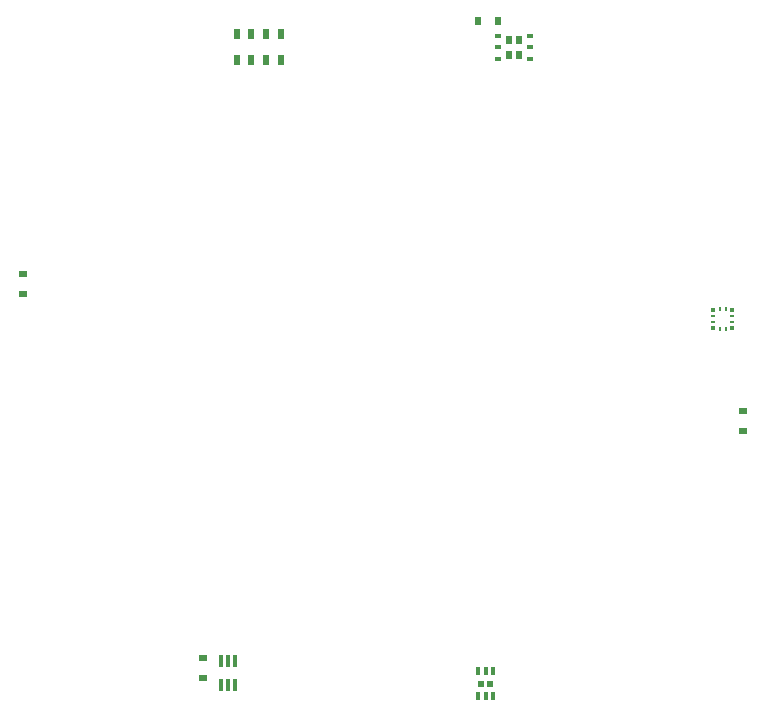
<source format=gtp>
G04 #@! TF.FileFunction,Paste,Top*
%FSLAX46Y46*%
G04 Gerber Fmt 4.6, Leading zero omitted, Abs format (unit mm)*
G04 Created by KiCad (PCBNEW 4.0.7) date 06/01/18 20:15:47*
%MOMM*%
%LPD*%
G01*
G04 APERTURE LIST*
%ADD10C,0.100000*%
%ADD11R,0.800000X0.600000*%
%ADD12R,0.630000X0.450000*%
%ADD13R,0.510000X0.780000*%
%ADD14R,0.400000X0.300000*%
%ADD15R,0.400000X0.250000*%
%ADD16R,0.250000X0.400000*%
%ADD17R,0.350000X0.650000*%
%ADD18R,0.480000X0.600000*%
%ADD19R,0.400000X1.000000*%
%ADD20R,0.550000X0.950000*%
%ADD21R,0.600000X0.800000*%
G04 APERTURE END LIST*
D10*
D11*
X34840000Y-75420000D03*
X34840000Y-77120000D03*
D12*
X59823600Y-22740200D03*
X59823600Y-23690200D03*
X59823600Y-24640200D03*
X62503600Y-24640200D03*
X62503600Y-23690200D03*
X62503600Y-22740200D03*
D13*
X61588600Y-24340200D03*
X61588600Y-23040200D03*
X60738600Y-24340200D03*
X60738600Y-23040200D03*
D14*
X78038600Y-45900200D03*
D15*
X78043600Y-46440200D03*
X78043600Y-46940200D03*
D14*
X78038600Y-47480200D03*
D16*
X78588600Y-47520200D03*
X79088600Y-47520200D03*
D14*
X79638600Y-47480200D03*
D15*
X79633600Y-46940200D03*
X79633600Y-46440200D03*
D14*
X79638600Y-45900200D03*
D16*
X79088600Y-45860200D03*
X78588600Y-45860200D03*
D17*
X59413600Y-76515200D03*
X58763600Y-76515200D03*
X58113600Y-76515200D03*
X58113600Y-78615200D03*
X58763600Y-78615200D03*
X59413600Y-78615200D03*
D18*
X58363600Y-77565200D03*
X59163600Y-77565200D03*
D19*
X36363600Y-75615200D03*
X36963600Y-75615200D03*
X36363600Y-77715200D03*
X36963600Y-77715200D03*
X37563600Y-77715200D03*
X37563600Y-75615200D03*
D20*
X41438600Y-24740200D03*
X37688600Y-24740200D03*
X38938600Y-24740200D03*
X40188600Y-24740200D03*
X37688600Y-22590200D03*
X38938600Y-22590200D03*
X40188600Y-22590200D03*
X41438600Y-22590200D03*
D11*
X80600000Y-56150000D03*
X80600000Y-54450000D03*
D21*
X58150000Y-21500000D03*
X59850000Y-21500000D03*
D11*
X19600000Y-44550000D03*
X19600000Y-42850000D03*
M02*

</source>
